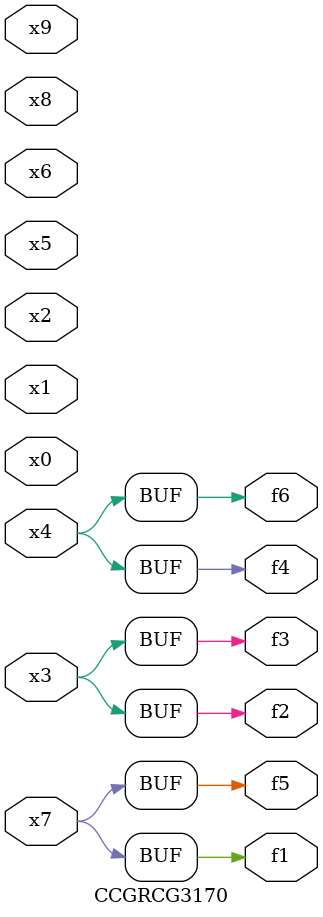
<source format=v>
module CCGRCG3170(
	input x0, x1, x2, x3, x4, x5, x6, x7, x8, x9,
	output f1, f2, f3, f4, f5, f6
);
	assign f1 = x7;
	assign f2 = x3;
	assign f3 = x3;
	assign f4 = x4;
	assign f5 = x7;
	assign f6 = x4;
endmodule

</source>
